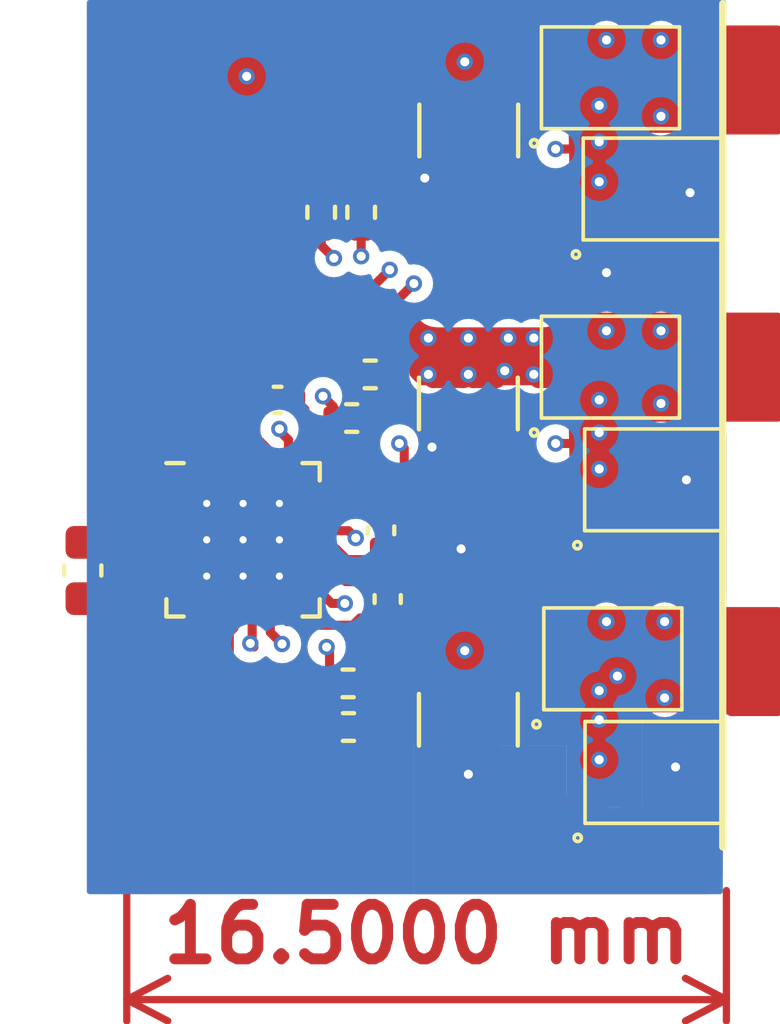
<source format=kicad_pcb>
(kicad_pcb (version 20221018) (generator pcbnew)
  (layers (0 "F.Cu" signal) (1 "In1.Cu" signal) (2 "In2.Cu" signal) (31 "B.Cu" signal) (34 "B.Paste" user) (35 "F.Paste" user) (36 "B.SilkS" user "B.Silkscreen") (37 "F.SilkS" user "F.Silkscreen") (38 "B.Mask" user) (39 "F.Mask" user) (44 "Edge.Cuts" user))
  (net 0 "")
  (net 1 "Net-(U1-BSTA)")
  (net 2 "/inverter/INV_OUT_A")
  (net 3 "Net-(U1-BSTB)")
  (net 4 "/inverter/INV_OUT_B")
  (net 5 "Net-(U1-BSTC)")
  (net 6 "/inverter/INV_OUT_C")
  (net 7 "+12V")
  (net 8 "GND")
  (net 9 "+BATT")
  (net 10 "Net-(Q1-G)")
  (net 11 "Net-(Q2-G)")
  (net 12 "Net-(Q3-G)")
  (net 13 "Net-(Q4-G)")
  (net 14 "Net-(Q5-G)")
  (net 15 "Net-(Q6-G)")
  (net 16 "Net-(U1-GHA)")
  (net 17 "Net-(U1-GLA)")
  (net 18 "Net-(U1-GHB)")
  (net 19 "Net-(U1-GLB)")
  (net 20 "Net-(U1-GHC)")
  (net 21 "Net-(U1-GLC)")
  (net 22 "/inverter/INLA")
  (net 23 "/inverter/INLB")
  (net 24 "/inverter/INLC")
  (net 29 "/inverter/INHA")
  (net 30 "/inverter/INHB")
  (net 31 "/inverter/INHC")
  (footprint "Resistor_SMD:R_0402_1005Metric" (layer "F.Cu") (at 160.95 91.84 90)
    (fp_text reference "R2" hide)
    (fp_text value "0R" hide)
    (fp_line (start -0.153641 -0.38) (end 0.153641 -0.38) (stroke (width 0.12)) (layer "F.SilkS"))
    (fp_line (start -0.153641 0.38) (end 0.153641 0.38) (stroke (width 0.12)) (layer "F.SilkS"))
    (pad "1" smd roundrect (at -0.51 0 90) (size 0.54 0.64) (layers "F.Cu" "F.Paste" "F.Mask") (net 17 "Net-(U1-GLA)"))
    (pad "2" smd roundrect (at 0.51 0 90) (size 0.54 0.64) (layers "F.Cu" "F.Paste" "F.Mask") (net 11 "Net-(Q2-G)"))
  )
  (footprint "footprint_library:DFN3x3-8L" (layer "F.Cu") (at 169.01 107.25 -90)
    (fp_text reference "Q6" hide)
    (fp_text value "AON7264E-HXY" hide)
    (fp_line (start -1.4 -1.9) (end -1.4 1.9) (stroke (width 0.1)) (layer "F.SilkS"))
    (fp_line (start -1.4 1.9) (end 1.4 1.9) (stroke (width 0.1)) (layer "F.SilkS"))
    (fp_line (start 1.4 -1.9) (end -1.4 -1.9) (stroke (width 0.1)) (layer "F.SilkS"))
    (fp_line (start 1.4 1.9) (end 1.4 -1.9) (stroke (width 0.1)) (layer "F.SilkS"))
    (fp_circle (center 1.8 2.1) (end 1.9 2.1) (stroke (width 0.1)) (fill none) (layer "F.SilkS"))
    (pad "1" smd rect (at 0.975 1.475 270) (size 0.3 0.4) (layers "F.Cu" "F.Paste" "F.Mask") (net 15 "Net-(Q6-G)"))
    (pad "2" smd rect (at -0.975 1.475 270) (size 0.3 0.4) (layers "F.Cu" "F.Paste" "F.Mask") (net 6 "/inverter/INV_OUT_C"))
    (pad "2" smd rect (at -0.325 1.475 270) (size 0.3 0.4) (layers "F.Cu" "F.Paste" "F.Mask") (net 6 "/inverter/INV_OUT_C"))
    (pad "2" smd rect (at 0.325 1.475 270) (size 0.3 0.4) (layers "F.Cu" "F.Paste" "F.Mask") (net 6 "/inverter/INV_OUT_C"))
    (pad "3" smd rect (at 0 -0.69 270) (size 2.49 1.97) (layers "F.Cu" "F.Paste" "F.Mask") (net 8 "GND"))
  )
  (footprint "Resistor_SMD:R_0402_1005Metric" (layer "F.Cu") (at 160.6 106)
    (fp_text reference "R6" hide)
    (fp_text value "0R" hide)
    (fp_line (start -0.153641 -0.38) (end 0.153641 -0.38) (stroke (width 0.12)) (layer "F.SilkS"))
    (fp_line (start -0.153641 0.38) (end 0.153641 0.38) (stroke (width 0.12)) (layer "F.SilkS"))
    (pad "1" smd roundrect (at -0.51 0) (size 0.54 0.64) (layers "F.Cu" "F.Paste" "F.Mask") (net 21 "Net-(U1-GLC)"))
    (pad "2" smd roundrect (at 0.51 0) (size 0.54 0.64) (layers "F.Cu" "F.Paste" "F.Mask") (net 15 "Net-(Q6-G)"))
  )
  (footprint "footprint_library:DFN3x3-8L" (layer "F.Cu") (at 168.96 91.2 -90)
    (fp_text reference "Q2" hide)
    (fp_text value "AON7264E-HXY" hide)
    (fp_line (start -1.4 -1.9) (end -1.4 1.9) (stroke (width 0.1)) (layer "F.SilkS"))
    (fp_line (start -1.4 1.9) (end 1.4 1.9) (stroke (width 0.1)) (layer "F.SilkS"))
    (fp_line (start 1.4 -1.9) (end -1.4 -1.9) (stroke (width 0.1)) (layer "F.SilkS"))
    (fp_line (start 1.4 1.9) (end 1.4 -1.9) (stroke (width 0.1)) (layer "F.SilkS"))
    (fp_circle (center 1.8 2.1) (end 1.9 2.1) (stroke (width 0.1)) (fill none) (layer "F.SilkS"))
    (pad "1" smd rect (at 0.975 1.475 270) (size 0.3 0.4) (layers "F.Cu" "F.Paste" "F.Mask") (net 11 "Net-(Q2-G)"))
    (pad "2" smd rect (at -0.975 1.475 270) (size 0.3 0.4) (layers "F.Cu" "F.Paste" "F.Mask") (net 2 "/inverter/INV_OUT_A"))
    (pad "2" smd rect (at -0.325 1.475 270) (size 0.3 0.4) (layers "F.Cu" "F.Paste" "F.Mask") (net 2 "/inverter/INV_OUT_A"))
    (pad "2" smd rect (at 0.325 1.475 270) (size 0.3 0.4) (layers "F.Cu" "F.Paste" "F.Mask") (net 2 "/inverter/INV_OUT_A"))
    (pad "3" smd rect (at 0 -0.69 270) (size 2.49 1.97) (layers "F.Cu" "F.Paste" "F.Mask") (net 8 "GND"))
  )
  (footprint "Resistor_SMD:R_0402_1005Metric" (layer "F.Cu") (at 159.85 91.84 90)
    (fp_text reference "R1" hide)
    (fp_text value "0R" hide)
    (fp_line (start -0.153641 -0.38) (end 0.153641 -0.38) (stroke (width 0.12)) (layer "F.SilkS"))
    (fp_line (start -0.153641 0.38) (end 0.153641 0.38) (stroke (width 0.12)) (layer "F.SilkS"))
    (pad "1" smd roundrect (at -0.51 0 90) (size 0.54 0.64) (layers "F.Cu" "F.Paste" "F.Mask") (net 16 "Net-(U1-GHA)"))
    (pad "2" smd roundrect (at 0.51 0 90) (size 0.54 0.64) (layers "F.Cu" "F.Paste" "F.Mask") (net 10 "Net-(Q1-G)"))
  )
  (footprint "Capacitor_SMD:C_0402_1005Metric" (layer "F.Cu") (at 161.5 100.59 -90)
    (fp_text reference "C2" hide)
    (fp_text value "C" hide)
    (fp_line (start -0.107836 -0.36) (end 0.107836 -0.36) (stroke (width 0.12)) (layer "F.SilkS"))
    (fp_line (start -0.107836 0.36) (end 0.107836 0.36) (stroke (width 0.12)) (layer "F.SilkS"))
    (pad "1" smd roundrect (at -0.48 0 270) (size 0.56 0.62) (layers "F.Cu" "F.Paste" "F.Mask") (net 3 "Net-(U1-BSTB)"))
    (pad "2" smd roundrect (at 0.48 0 270) (size 0.56 0.62) (layers "F.Cu" "F.Paste" "F.Mask") (net 4 "/inverter/INV_OUT_B"))
  )
  (footprint "Capacitor_SMD:C_0402_1005Metric" (layer "F.Cu") (at 158.65 97)
    (fp_text reference "C1" hide)
    (fp_text value "C")
    (fp_line (start -0.107836 -0.36) (end 0.107836 -0.36) (stroke (width 0.12)) (layer "F.SilkS"))
    (fp_line (start -0.107836 0.36) (end 0.107836 0.36) (stroke (width 0.12)) (layer "F.SilkS"))
    (pad "1" smd roundrect (at -0.48 0) (size 0.56 0.62) (layers "F.Cu" "F.Paste" "F.Mask") (net 1 "Net-(U1-BSTA)"))
    (pad "2" smd roundrect (at 0.48 0) (size 0.56 0.62) (layers "F.Cu" "F.Paste" "F.Mask") (net 2 "/inverter/INV_OUT_A"))
  )
  (footprint "footprint_library:DFN3x3-8L" (layer "F.Cu") (at 167.875 104.125 -90)
    (fp_text reference "Q5" hide)
    (fp_text value "AON7264E-HXY" hide)
    (fp_line (start -1.4 -1.9) (end -1.4 1.9) (stroke (width 0.1)) (layer "F.SilkS"))
    (fp_line (start -1.4 1.9) (end 1.4 1.9) (stroke (width 0.1)) (layer "F.SilkS"))
    (fp_line (start 1.4 -1.9) (end -1.4 -1.9) (stroke (width 0.1)) (layer "F.SilkS"))
    (fp_line (start 1.4 1.9) (end 1.4 -1.9) (stroke (width 0.1)) (layer "F.SilkS"))
    (fp_circle (center 1.8 2.1) (end 1.9 2.1) (stroke (width 0.1)) (fill none) (layer "F.SilkS"))
    (pad "1" smd rect (at 0.975 1.475 270) (size 0.3 0.4) (layers "F.Cu" "F.Paste" "F.Mask") (net 14 "Net-(Q5-G)"))
    (pad "2" smd rect (at -0.975 1.475 270) (size 0.3 0.4) (layers "F.Cu" "F.Paste" "F.Mask") (net 9 "+BATT"))
    (pad "2" smd rect (at -0.325 1.475 270) (size 0.3 0.4) (layers "F.Cu" "F.Paste" "F.Mask") (net 9 "+BATT"))
    (pad "2" smd rect (at 0.325 1.475 270) (size 0.3 0.4) (layers "F.Cu" "F.Paste" "F.Mask") (net 9 "+BATT"))
    (pad "3" smd rect (at 0 -0.69 270) (size 2.49 1.97) (layers "F.Cu" "F.Paste" "F.Mask") (net 6 "/inverter/INV_OUT_C"))
  )
  (footprint "Package_DFN_QFN:HVQFN-24-1EP_4x4mm_P0.5mm_EP2.5x2.5mm_ThermalVias" (layer "F.Cu") (at 157.7 100.85)
    (fp_text reference "U1" hide)
    (fp_text value "~")
    (fp_line (start -2.11 2.11) (end -2.11 1.635) (stroke (width 0.12)) (layer "F.SilkS"))
    (fp_line (start -1.635 -2.11) (end -2.11 -2.11) (stroke (width 0.12)) (layer "F.SilkS"))
    (fp_line (start -1.635 2.11) (end -2.11 2.11) (stroke (width 0.12)) (layer "F.SilkS"))
    (fp_line (start 1.635 -2.11) (end 2.11 -2.11) (stroke (width 0.12)) (layer "F.SilkS"))
    (fp_line (start 1.635 2.11) (end 2.11 2.11) (stroke (width 0.12)) (layer "F.SilkS"))
    (fp_line (start 2.11 -2.11) (end 2.11 -1.635) (stroke (width 0.12)) (layer "F.SilkS"))
    (fp_line (start 2.11 2.11) (end 2.11 1.635) (stroke (width 0.12)) (layer "F.SilkS"))
    (pad "1" smd roundrect (at -1.9375 -1.25) (size 0.875 0.25) (layers "F.Cu" "F.Paste" "F.Mask") (net 22 "/inverter/INLA"))
    (pad "2" smd roundrect (at -1.9375 -0.75) (size 0.875 0.25) (layers "F.Cu" "F.Paste" "F.Mask") (net 23 "/inverter/INLB"))
    (pad "3" smd roundrect (at -1.9375 -0.25) (size 0.875 0.25) (layers "F.Cu" "F.Paste" "F.Mask") (net 24 "/inverter/INLC"))
    (pad "4" smd roundrect (at -1.9375 0.25) (size 0.875 0.25) (layers "F.Cu" "F.Paste" "F.Mask") (net 7 "+12V"))
    (pad "5" smd roundrect (at -1.9375 0.75) (size 0.875 0.25) (layers "F.Cu" "F.Paste" "F.Mask"))
    (pad "6" smd roundrect (at -1.9375 1.25) (size 0.875 0.25) (layers "F.Cu" "F.Paste" "F.Mask") (net 8 "GND"))
    (pad "7" smd roundrect (at -1.25 1.9375) (size 0.25 0.875) (layers "F.Cu" "F.Paste" "F.Mask"))
    (pad "8" smd roundrect (at -0.75 1.9375) (size 0.25 0.875) (layers "F.Cu" "F.Paste" "F.Mask"))
    (pad "9" smd roundrect (at -0.25 1.9375) (size 0.25 0.875) (layers "F.Cu" "F.Paste" "F.Mask") (net 21 "Net-(U1-GLC)"))
    (pad "10" smd roundrect (at 0.25 1.9375) (size 0.25 0.875) (layers "F.Cu" "F.Paste" "F.Mask") (net 19 "Net-(U1-GLB)"))
    (pad "11" smd roundrect (at 0.75 1.9375) (size 0.25 0.875) (layers "F.Cu" "F.Paste" "F.Mask") (net 17 "Net-(U1-GLA)"))
    (pad "12" smd roundrect (at 1.25 1.9375) (size 0.25 0.875) (layers "F.Cu" "F.Paste" "F.Mask") (net 6 "/inverter/INV_OUT_C"))
    (pad "13" smd roundrect (at 1.9375 1.25) (size 0.875 0.25) (layers "F.Cu" "F.Paste" "F.Mask") (net 20 "Net-(U1-GHC)"))
    (pad "14" smd roundrect (at 1.9375 0.75) (size 0.875 0.25) (layers "F.Cu" "F.Paste" "F.Mask") (net 5 "Net-(U1-BSTC)"))
    (pad "15" smd roundrect (at 1.9375 0.25) (size 0.875 0.25) (layers "F.Cu" "F.Paste" "F.Mask") (net 4 "/inverter/INV_OUT_B"))
    (pad "16" smd roundrect (at 1.9375 -0.25) (size 0.875 0.25) (layers "F.Cu" "F.Paste" "F.Mask") (net 18 "Net-(U1-GHB)"))
    (pad "17" smd roundrect (at 1.9375 -0.75) (size 0.875 0.25) (layers "F.Cu" "F.Paste" "F.Mask") (net 3 "Net-(U1-BSTB)"))
    (pad "18" smd roundrect (at 1.9375 -1.25) (size 0.875 0.25) (layers "F.Cu" "F.Paste" "F.Mask") (net 2 "/inverter/INV_OUT_A"))
    (pad "19" smd roundrect (at 1.25 -1.9375) (size 0.25 0.875) (layers "F.Cu" "F.Paste" "F.Mask") (net 16 "Net-(U1-GHA)"))
    (pad "20" smd roundrect (at 0.75 -1.9375) (size 0.25 0.875) (layers "F.Cu" "F.Paste" "F.Mask") (net 1 "Net-(U1-BSTA)"))
    (pad "21" smd roundrect (at 0.25 -1.9375) (size 0.25 0.875) (layers "F.Cu" "F.Paste" "F.Mask"))
    (pad "22" smd roundrect (at -0.25 -1.9375) (size 0.25 0.875) (layers "F.Cu" "F.Paste" "F.Mask") (net 29 "/inverter/INHA"))
    (pad "23" smd roundrect (at -0.75 -1.9375) (size 0.25 0.875) (layers "F.Cu" "F.Paste" "F.Mask") (net 30 "/inverter/INHB"))
    (pad "24" smd roundrect (at -1.25 -1.9375) (size 0.25 0.875) (layers "F.Cu" "F.Paste" "F.Mask") (net 31 "/inverter/INHC"))
    (pad "25" thru_hole circle (at -1 -1) (size 0.5 0.5) (drill 0.2) (layers "*.Cu") (net 8 "GND"))
    (pad "25" thru_hole circle (at -1 0) (size 0.5 0.5) (drill 0.2) (layers "*.Cu") (net 8 "GND"))
    (pad "25" thru_hole circle (at -1 1) (size 0.5 0.5) (drill 0.2) (layers "*.Cu") (net 8 "GND"))
    (pad "25" thru_hole circle (at 0 -1) (size 0.5 0.5) (drill 0.2) (layers "*.Cu") (net 8 "GND"))
    (pad "25" thru_hole circle (at 0 0) (size 0.5 0.5) (drill 0.2) (layers "*.Cu") (net 8 "GND"))
    (pad "25" smd rect (at 0 0) (size 2.5 2.5) (layers "F.Cu" "F.Mask") (net 8 "GND"))
    (pad "25" smd rect (at 0 0) (size 2.5 2.5) (layers "B.Cu") (net 8 "GND"))
    (pad "25" thru_hole circle (at 0 1) (size 0.5 0.5) (drill 0.2) (layers "*.Cu") (net 8 "GND"))
    (pad "25" thru_hole circle (at 1 -1) (size 0.5 0.5) (drill 0.2) (layers "*.Cu") (net 8 "GND"))
    (pad "25" thru_hole circle (at 1 0) (size 0.5 0.5) (drill 0.2) (layers "*.Cu") (net 8 "GND"))
    (pad "25" thru_hole circle (at 1 1) (size 0.5 0.5) (drill 0.2) (layers "*.Cu") (net 8 "GND"))
  )
  (footprint "Capacitor_SMD:C_0603_1608Metric" (layer "F.Cu") (at 153.29 101.695 -90)
    (fp_text reference "C4" hide)
    (fp_text value "C")
    (fp_line (start -0.14058 -0.51) (end 0.14058 -0.51) (stroke (width 0.12)) (layer "F.SilkS"))
    (fp_line (start -0.14058 0.51) (end 0.14058 0.51) (stroke (width 0.12)) (layer "F.SilkS"))
    (pad "1" smd roundrect (at -0.775 0 270) (size 0.9 0.95) (layers "F.Cu" "F.Paste" "F.Mask") (net 7 "+12V"))
    (pad "2" smd roundrect (at 0.775 0 270) (size 0.9 0.95) (layers "F.Cu" "F.Paste" "F.Mask") (net 8 "GND"))
  )
  (footprint "footprint_library:DFN3x3-8L" (layer "F.Cu") (at 167.81 96.1 -90)
    (fp_text reference "Q3" hide)
    (fp_text value "AON7264E-HXY" hide)
    (fp_line (start -1.4 -1.9) (end -1.4 1.9) (stroke (width 0.1)) (layer "F.SilkS"))
    (fp_line (start -1.4 1.9) (end 1.4 1.9) (stroke (width 0.1)) (layer "F.SilkS"))
    (fp_line (start 1.4 -1.9) (end -1.4 -1.9) (stroke (width 0.1)) (layer "F.SilkS"))
    (fp_line (start 1.4 1.9) (end 1.4 -1.9) (stroke (width 0.1)) (layer "F.SilkS"))
    (fp_circle (center 1.8 2.1) (end 1.9 2.1) (stroke (width 0.1)) (fill none) (layer "F.SilkS"))
    (pad "1" smd rect (at 0.975 1.475 270) (size 0.3 0.4) (layers "F.Cu" "F.Paste" "F.Mask") (net 12 "Net-(Q3-G)"))
    (pad "2" smd rect (at -0.975 1.475 270) (size 0.3 0.4) (layers "F.Cu" "F.Paste" "F.Mask") (net 9 "+BATT"))
    (pad "2" smd rect (at -0.325 1.475 270) (size 0.3 0.4) (layers "F.Cu" "F.Paste" "F.Mask") (net 9 "+BATT"))
    (pad "2" smd rect (at 0.325 1.475 270) (size 0.3 0.4) (layers "F.Cu" "F.Paste" "F.Mask") (net 9 "+BATT"))
    (pad "3" smd rect (at 0 -0.69 270) (size 2.49 1.97) (layers "F.Cu" "F.Paste" "F.Mask") (net 4 "/inverter/INV_OUT_B"))
  )
  (footprint "footprint_library:DFN3x3-8L" (layer "F.Cu") (at 167.81 88.14 -90)
    (fp_text reference "Q1" hide)
    (fp_text value "AON7264E-HXY" hide)
    (fp_line (start -1.4 -1.9) (end -1.4 1.9) (stroke (width 0.1)) (layer "F.SilkS"))
    (fp_line (start -1.4 1.9) (end 1.4 1.9) (stroke (width 0.1)) (layer "F.SilkS"))
    (fp_line (start 1.4 -1.9) (end -1.4 -1.9) (stroke (width 0.1)) (layer "F.SilkS"))
    (fp_line (start 1.4 1.9) (end 1.4 -1.9) (stroke (width 0.1)) (layer "F.SilkS"))
    (fp_circle (center 1.8 2.1) (end 1.9 2.1) (stroke (width 0.1)) (fill none) (layer "F.SilkS"))
    (pad "1" smd rect (at 0.975 1.475 270) (size 0.3 0.4) (layers "F.Cu" "F.Paste" "F.Mask") (net 10 "Net-(Q1-G)"))
    (pad "2" smd rect (at -0.975 1.475 270) (size 0.3 0.4) (layers "F.Cu" "F.Paste" "F.Mask") (net 9 "+BATT"))
    (pad "2" smd rect (at -0.325 1.475 270) (size 0.3 0.4) (layers "F.Cu" "F.Paste" "F.Mask") (net 9 "+BATT"))
    (pad "2" smd rect (at 0.325 1.475 270) (size 0.3 0.4) (layers "F.Cu" "F.Paste" "F.Mask") (net 9 "+BATT"))
    (pad "3" smd rect (at 0 -0.69 270) (size 2.49 1.97) (layers "F.Cu" "F.Paste" "F.Mask") (net 2 "/inverter/INV_OUT_A"))
  )
  (footprint "Capacitor_SMD:C_1210_3225Metric" (layer "F.Cu") (at 163.9 97.1 -90)
    (fp_text reference "C6" hide)
    (fp_text value "C")
    (fp_line (start -0.711252 -1.36) (end 0.711252 -1.36) (stroke (width 0.12)) (layer "F.SilkS"))
    (fp_line (start -0.711252 1.36) (end 0.711252 1.36) (stroke (width 0.12)) (layer "F.SilkS"))
    (pad "1" smd roundrect (at -1.475 0 270) (size 1.15 2.7) (layers "F.Cu" "F.Paste" "F.Mask") (roundrect_rratio 0.217391) (net 9 "+BATT"))
    (pad "2" smd roundrect (at 1.475 0 270) (size 1.15 2.7) (layers "F.Cu" "F.Paste" "F.Mask") (roundrect_rratio 0.217391) (net 8 "GND"))
  )
  (footprint "Capacitor_SMD:C_0402_1005Metric" (layer "F.Cu") (at 161.68 102.48 -90)
    (fp_text reference "C3" hide)
    (fp_text value "C")
    (fp_line (start -0.107836 -0.36) (end 0.107836 -0.36) (stroke (width 0.12)) (layer "F.SilkS"))
    (fp_line (start -0.107836 0.36) (end 0.107836 0.36) (stroke (width 0.12)) (layer "F.SilkS"))
    (pad "1" smd roundrect (at -0.48 0 270) (size 0.56 0.62) (layers "F.Cu" "F.Paste" "F.Mask") (net 5 "Net-(U1-BSTC)"))
    (pad "2" smd roundrect (at 0.48 0 270) (size 0.56 0.62) (layers "F.Cu" "F.Paste" "F.Mask") (net 6 "/inverter/INV_OUT_C"))
  )
  (footprint "Resistor_SMD:R_0402_1005Metric" (layer "F.Cu") (at 160.69 97.5)
    (fp_text reference "R4" hide)
    (fp_text value "0R" hide)
    (fp_line (start -0.153641 -0.38) (end 0.153641 -0.38) (stroke (width 0.12)) (layer "F.SilkS"))
    (fp_line (start -0.153641 0.38) (end 0.153641 0.38) (stroke (width 0.12)) (layer "F.SilkS"))
    (pad "1" smd roundrect (at -0.51 0) (size 0.54 0.64) (layers "F.Cu" "F.Paste" "F.Mask") (net 19 "Net-(U1-GLB)"))
    (pad "2" smd roundrect (at 0.51 0) (size 0.54 0.64) (layers "F.Cu" "F.Paste" "F.Mask") (net 13 "Net-(Q4-G)"))
  )
  (footprint "Capacitor_SMD:C_1210_3225Metric" (layer "F.Cu") (at 163.91 89.59 -90)
    (fp_text reference "C5" hide)
    (fp_text value "C" hide)
    (fp_line (start -0.711252 -1.36) (end 0.711252 -1.36) (stroke (width 0.12)) (layer "F.SilkS"))
    (fp_line (start -0.711252 1.36) (end 0.711252 1.36) (stroke (width 0.12)) (layer "F.SilkS"))
    (pad "1" smd roundrect (at -1.475 0 270) (size 1.15 2.7) (layers "F.Cu" "F.Paste" "F.Mask") (roundrect_rratio 0.217391) (net 9 "+BATT"))
    (pad "2" smd roundrect (at 1.475 0 270) (size 1.15 2.7) (layers "F.Cu" "F.Paste" "F.Mask") (roundrect_rratio 0.217391) (net 8 "GND"))
  )
  (footprint "Resistor_SMD:R_0402_1005Metric" (layer "F.Cu") (at 160.59 104.8)
    (fp_text reference "R5" hide)
    (fp_text value "0R" hide)
    (fp_line (start -0.153641 -0.38) (end 0.153641 -0.38) (stroke (width 0.12)) (layer "F.SilkS"))
    (fp_line (start -0.153641 0.38) (end 0.153641 0.38) (stroke (width 0.12)) (layer "F.SilkS"))
    (pad "1" smd roundrect (at -0.51 0) (size 0.54 0.64) (layers "F.Cu" "F.Paste" "F.Mask") (net 20 "Net-(U1-GHC)"))
    (pad "2" smd roundrect (at 0.51 0) (size 0.54 0.64) (layers "F.Cu" "F.Paste" "F.Mask") (net 14 "Net-(Q5-G)"))
  )
  (footprint "footprint_library:DFN3x3-8L" (layer "F.Cu") (at 169 99.2 -90)
    (fp_text reference "Q4" hide)
    (fp_text value "AON7264E-HXY" hide)
    (fp_line (start -1.4 -1.9) (end -1.4 1.9) (stroke (width 0.1)) (layer "F.SilkS"))
    (fp_line (start -1.4 1.9) (end 1.4 1.9) (stroke (width 0.1)) (layer "F.SilkS"))
    (fp_line (start 1.4 -1.9) (end -1.4 -1.9) (stroke (width 0.1)) (layer "F.SilkS"))
    (fp_line (start 1.4 1.9) (end 1.4 -1.9) (stroke (width 0.1)) (layer "F.SilkS"))
    (fp_circle (center 1.8 2.1) (end 1.9 2.1) (stroke (width 0.1)) (fill none) (layer "F.SilkS"))
    (pad "1" smd rect (at 0.975 1.475 270) (size 0.3 0.4) (layers "F.Cu" "F.Paste" "F.Mask") (net 13 "Net-(Q4-G)"))
    (pad "2" smd rect (at -0.975 1.475 270) (size 0.3 0.4) (layers "F.Cu" "F.Paste" "F.Mask") (net 4 "/inverter/INV_OUT_B"))
    (pad "2" smd rect (at -0.325 1.475 270) (size 0.3 0.4) (layers "F.Cu" "F.Paste" "F.Mask") (net 4 "/inverter/INV_OUT_B"))
    (pad "2" smd rect (at 0.325 1.475 270) (size 0.3 0.4) (layers "F.Cu" "F.Paste" "F.Mask") (net 4 "/inverter/INV_OUT_B"))
    (pad "3" smd rect (at 0 -0.69 270) (size 2.49 1.97) (layers "F.Cu" "F.Paste" "F.Mask") (net 8 "GND"))
  )
  (footprint "Capacitor_SMD:C_1210_3225Metric" (layer "F.Cu") (at 163.9 105.8 -90)
    (fp_text reference "C7" hide)
    (fp_text value "C")
    (fp_line (start -0.711252 -1.36) (end 0.711252 -1.36) (stroke (width 0.12)) (layer "F.SilkS"))
    (fp_line (start -0.711252 1.36) (end 0.711252 1.36) (stroke (width 0.12)) (layer "F.SilkS"))
    (pad "1" smd roundrect (at -1.475 0 270) (size 1.15 2.7) (layers "F.Cu" "F.Paste" "F.Mask") (roundrect_rratio 0.217391) (net 9 "+BATT"))
    (pad "2" smd roundrect (at 1.475 0 270) (size 1.15 2.7) (layers "F.Cu" "F.Paste" "F.Mask") (roundrect_rratio 0.217391) (net 8 "GND"))
  )
  (footprint "Resistor_SMD:R_0402_1005Metric" (layer "F.Cu") (at 161.2 96.3)
    (fp_text reference "R3" hide)
    (fp_text value "0R" hide)
    (fp_line (start -0.153641 -0.38) (end 0.153641 -0.38) (stroke (width 0.12)) (layer "F.SilkS"))
    (fp_line (start -0.153641 0.38) (end 0.153641 0.38) (stroke (width 0.12)) (layer "F.SilkS"))
    (pad "1" smd roundrect (at -0.51 0) (size 0.54 0.64) (layers "F.Cu" "F.Paste" "F.Mask") (net 18 "Net-(U1-GHB)"))
    (pad "2" smd roundrect (at 0.51 0) (size 0.54 0.64) (layers "F.Cu" "F.Paste" "F.Mask") (net 12 "Net-(Q3-G)"))
  )
  (gr_line (start 170.9 109.3) (end 170.9 86.1) (stroke (width 0.2)) (layer "F.SilkS"))
  (dimension (type aligned) (layer "F.Cu") (pts (xy 154.5 110) (xy 171 110)) (height 3.499999) (gr_text "16.5000 mm" (at 162.75 111.699999) (layer "F.Cu") (effects (font (size 1.5 1.5) (thickness 0.3)))) (format (prefix "") (suffix "") (units 3) (units_format 1) (precision 4)) (style (thickness 0.2) (arrow_length 1.27) (text_position_mode 0) (extension_height 0.58642) (extension_offset 0.5) keep_text_aligned))
  (segment (start 158.05 97.1) (end 158.05 98.02526) (width 0.25) (layer "F.Cu") (net 1))
  (segment (start 158.05 98.02526) (end 158.45 98.42526) (width 0.25) (layer "F.Cu") (net 1))
  (segment (start 158.45 98.42526) (end 158.45 99.05) (width 0.25) (layer "F.Cu") (net 1))
  (segment (start 158.15 97) (end 158.05 97.1) (width 0.25) (layer "F.Cu") (net 1))
  (segment (start 167.5 88.9) (end 167.6 88.9) (width 1.5) (layer "F.Cu") (net 2))
  (segment (start 167.5 89.9) (end 167.485 89.015) (width 1.5) (layer "F.Cu") (net 2))
  (segment (start 159.399998 99.399998) (end 159.399998 97.261664) (width 0.25) (layer "F.Cu") (net 2))
  (segment (start 167.485 90.875) (end 167.5 91) (width 1.5) (layer "F.Cu") (net 2))
  (segment (start 159.22 95.937904) (end 161.735211 93.422693) (width 0.25) (layer "F.Cu") (net 2))
  (segment (start 167.5 89) (end 167.5 88.9) (width 1.5) (layer "F.Cu") (net 2))
  (segment (start 159.399998 97.261664) (end 159.22 97.081666) (width 0.25) (layer "F.Cu") (net 2))
  (segment (start 167.5 91) (end 167.5 89.9) (width 1.5) (layer "F.Cu") (net 2))
  (segment (start 159.56 99.5225) (end 159.6375 99.6) (width 0.25) (layer "F.Cu") (net 2))
  (segment (start 159.22 97.081666) (end 159.22 95.937904) (width 0.25) (layer "F.Cu") (net 2))
  (segment (start 159.6 99.6) (end 159.399998 99.399998) (width 0.25) (layer "F.Cu") (net 2))
  (segment (start 167.6 88.9) (end 168.6 87.9) (width 1.5) (layer "F.Cu") (net 2))
  (segment (start 167.485 89.015) (end 167.5 89) (width 1.5) (layer "F.Cu") (net 2))
  (segment (start 166.3 90.1) (end 167.3 90.1) (width 0.25) (layer "F.Cu") (net 2))
  (via (at 161.735211 93.422693) (size 0.45) (drill 0.25) (layers "F.Cu" "B.Cu") (net 2))
  (via (at 169.2 87.1) (size 0.45) (drill 0.25) (layers "F.Cu" "B.Cu") (net 2))
  (via (at 167.5 89.9) (size 0.45) (drill 0.25) (layers "F.Cu" "B.Cu") (net 2))
  (via (at 167.5 88.9) (size 0.45) (drill 0.25) (layers "F.Cu" "B.Cu") (net 2))
  (via (at 169.2 89.2) (size 0.45) (drill 0.25) (layers "F.Cu" "B.Cu") (net 2))
  (via (at 166.3 90.1) (size 0.45) (drill 0.25) (layers "F.Cu" "B.Cu") (net 2))
  (via (at 167.7 87.1) (size 0.45) (drill 0.25) (layers "F.Cu" "B.Cu") (net 2))
  (via (at 167.5 91) (size 0.45) (drill 0.25) (layers "F.Cu" "B.Cu") (net 2))
  (segment (start 161.48 100.08) (end 159.48 100.08) (width 0.25) (layer "F.Cu") (net 3))
  (segment (start 161.5 100.1) (end 161.48 100.08) (width 0.25) (layer "F.Cu") (net 3))
  (segment (start 162.135 98.334996) (end 162 98.199996) (width 0.25) (layer "F.Cu") (net 4))
  (segment (start 167.5 97.9) (end 167.525 97.075) (width 1.5) (layer "F.Cu") (net 4))
  (segment (start 167.5 97) (end 167.6 97) (width 1.5) (layer "F.Cu") (net 4))
  (segment (start 166.3 98.2) (end 167.2 98.2) (width 0.25) (layer "F.Cu") (net 4))
  (segment (start 167.6 97) (end 168.5 96.1) (width 1.5) (layer "F.Cu") (net 4))
  (segment (start 167.2 98.2) (end 167.3 98.1) (width 0.25) (layer "F.Cu") (net 4))
  (segment (start 167.525 98.875) (end 167.5 98.9) (width 1.5) (layer "F.Cu") (net 4))
  (segment (start 159.6375 101.1) (end 160.261136 101.1) (width 0.25) (layer "F.Cu") (net 4))
  (segment (start 167.5 98.9) (end 167.5 97.9) (width 1.5) (layer "F.Cu") (net 4))
  (segment (start 167.5 97.1) (end 167.5 97) (width 1.5) (layer "F.Cu") (net 4))
  (segment (start 161.18649 101.395) (end 162.135 100.44649) (width 0.25) (layer "F.Cu") (net 4))
  (segment (start 167.525 97.075) (end 167.5 97.1) (width 1.5) (layer "F.Cu") (net 4))
  (segment (start 160.261136 101.1) (end 160.556136 101.395) (width 0.25) (layer "F.Cu") (net 4))
  (segment (start 162.135 100.44649) (end 162.135 98.334996) (width 0.25) (layer "F.Cu") (net 4))
  (segment (start 160.556136 101.395) (end 161.18649 101.395) (width 0.25) (layer "F.Cu") (net 4))
  (via (at 167.7 95.1) (size 0.45) (drill 0.25) (layers "F.Cu" "B.Cu") (net 4))
  (via (at 167.5 97.9) (size 0.45) (drill 0.25) (layers "F.Cu" "B.Cu") (net 4))
  (via (at 166.3 98.2) (size 0.45) (drill 0.25) (layers "F.Cu" "B.Cu") (net 4))
  (via (at 167.5 98.9) (size 0.45) (drill 0.25) (layers "F.Cu" "B.Cu") (net 4))
  (via (at 169.2 97.1) (size 0.45) (drill 0.25) (layers "F.Cu" "B.Cu") (net 4))
  (via (at 167.5 97) (size 0.45) (drill 0.25) (layers "F.Cu" "B.Cu") (net 4))
  (via (at 169.2 95.1) (size 0.45) (drill 0.25) (layers "F.Cu" "B.Cu") (net 4))
  (via (at 162 98.199996) (size 0.45) (drill 0.25) (layers "F.Cu" "B.Cu") (net 4))
  (segment (start 160.12474 101.6) (end 159.6375 101.6) (width 0.25) (layer "F.Cu") (net 5))
  (segment (start 160.52474 102) (end 160.12474 101.6) (width 0.25) (layer "F.Cu") (net 5))
  (segment (start 161.68 102) (end 160.52474 102) (width 0.25) (layer "F.Cu") (net 5))
  (segment (start 167.55 105.14) (end 167.5 105.19) (width 1.5) (layer "F.Cu") (net 6))
  (segment (start 167.535 107.125) (end 167.535 106.935) (width 1) (layer "F.Cu") (net 6))
  (segment (start 158.95 102.7875) (end 159.3625 103.2) (width 0.25) (layer "F.Cu") (net 6))
  (segment (start 167.55 105.75) (end 167.55 105.14) (width 1.5) (layer "F.Cu") (net 6))
  (segment (start 168 104.69) (end 168 104.6) (width 1.5) (layer "F.Cu") (net 6))
  (segment (start 167.7 103.1) (end 167.54 103.1) (width 0.25) (layer "F.Cu") (net 6))
  (segment (start 161.68 102.96) (end 161.64 103) (width 0.25) (layer "F.Cu") (net 6))
  (segment (start 167.7 103.26) (end 167.7 103.1) (width 0.25) (layer "F.Cu") (net 6))
  (segment (start 162.075 102.625) (end 161.7 103) (width 0.25) (layer "F.Cu") (net 6))
  (segment (start 160.711173 103.2) (end 160.731173 103.18) (width 0.25) (layer "F.Cu") (net 6))
  (segment (start 167.5 105) (end 167.69 105) (width 1.5) (layer "F.Cu") (net 6))
  (segment (start 159.3625 103.2) (end 160.711173 103.2) (width 0.25) (layer "F.Cu") (net 6))
  (segment (start 168 104.6) (end 168.09 104.6) (width 1.5) (layer "F.Cu") (net 6))
  (segment (start 167.2 106.4) (end 167.3 106.5) (width 0.25) (layer "F.Cu") (net 6))
  (segment (start 167.55 107.11) (end 167.55 105.85) (width 1.5) (layer "F.Cu") (net 6))
  (segment (start 168.565 104.125) (end 167.7 103.26) (width 0.25) (layer "F.Cu") (net 6))
  (segment (start 167.55 105.85) (end 167.5 105.8) (width 1.5) (layer "F.Cu") (net 6))
  (segment (start 167.535 107.125) (end 167.55 107.11) (width 1.5) (layer "F.Cu") (net 6))
  (segment (start 167.5 105.19) (end 167.5 105) (width 1.5) (layer "F.Cu") (net 6))
  (segment (start 167.535 106.865) (end 167.535 106.475) (width 1) (layer "F.Cu") (net 6))
  (segment (start 167.535 106.935) (end 167.5 106.9) (width 1) (layer "F.Cu") (net 6))
  (segment (start 160.920244 103) (end 160.720244 103.2) (width 0.25) (layer "F.Cu") (net 6))
  (segment (start 167.54 103.1) (end 167.065 102.625) (width 0.25) (layer "F.Cu") (net 6))
  (segment (start 167.065 102.625) (end 162.075 102.625) (width 0.25) (layer "F.Cu") (net 6))
  (segment (start 161.64 103) (end 160.920244 103) (width 0.25) (layer "F.Cu") (net 6))
  (segment (start 167.5 105.8) (end 167.55 105.75) (width 1.5) (layer "F.Cu") (net 6))
  (segment (start 161.7 103.05) (end 161.6 102.95) (width 0.25) (layer "F.Cu") (net 6))
  (segment (start 167.69 105) (end 168 104.69) (width 1.5) (layer "F.Cu") (net 6))
  (segment (start 167.5 106.9) (end 167.535 106.865) (width 1) (layer "F.Cu") (net 6))
  (segment (start 160.720244 103.2) (end 160.7 103.2) (width 0.25) (layer "F.Cu") (net 6))
  (segment (start 168.09 104.6) (end 168.565 104.125) (width 1.5) (layer "F.Cu") (net 6))
  (via (at 169.3 105.2) (size 0.45) (drill 0.25) (layers "F.Cu" "B.Cu") (net 6))
  (via (at 168 104.6) (size 0.45) (drill 0.25) (layers "F.Cu" "B.Cu") (net 6))
  (via (at 167.5 106.9) (size 0.45) (drill 0.25) (layers "F.Cu" "B.Cu") (net 6))
  (via (at 167.5 105) (size 0.45) (drill 0.25) (layers "F.Cu" "B.Cu") (net 6))
  (via (at 167.7 103.1) (size 0.45) (drill 0.25) (layers "F.Cu" "B.Cu") (net 6))
  (via (at 169.3 103.1) (size 0.45) (drill 0.25) (layers "F.Cu" "B.Cu") (net 6))
  (via (at 167.5 105.8) (size 0.45) (drill 0.25) (layers "F.Cu" "B.Cu") (net 6))
  (via (at 163.9 107.3) (size 0.45) (drill 0.25) (layers "F.Cu" "B.Cu") (net 8))
  (via (at 169.9 99.2) (size 0.45) (drill 0.25) (layers "F.Cu" "B.Cu") (net 8))
  (via (at 162.7 90.9) (size 0.45) (drill 0.25) (layers "F.Cu" "B.Cu") (net 8))
  (via (at 169.6 107.1) (size 0.45) (drill 0.25) (layers "F.Cu" "B.Cu") (net 8))
  (via (at 167.7 93.5) (size 0.45) (drill 0.25) (layers "F.Cu" "B.Cu") (net 8))
  (via (at 162.9 98.3) (size 0.45) (drill 0.25) (layers "F.Cu" "B.Cu") (net 8))
  (via (at 163.7 101.1) (size 0.45) (drill 0.25) (layers "F.Cu" "B.Cu") (net 8))
  (via (at 170 91.3) (size 0.45) (drill 0.25) (layers "F.Cu" "B.Cu") (net 8))
  (segment (start 158.7 99) (end 158.9 98.8) (width 0.25) (layer "B.Cu") (net 8))
  (segment (start 158.7 99.85) (end 158.7 99) (width 0.25) (layer "B.Cu") (net 8))
  (segment (start 165.825 96.425) (end 165.7 96.3) (width 0.5) (layer "F.Cu") (net 9))
  (segment (start 163.775 96.425) (end 163.9 96.3) (width 0.5) (layer "F.Cu") (net 9))
  (segment (start 164.9 96.20001) (end 164.67501 96.425) (width 0.5) (layer "F.Cu") (net 9))
  (segment (start 165.2 96.3) (end 165.2 96.3) (width 0.5) (layer "F.Cu") (net 9))
  (segment (start 166.335 88.465) (end 163.965 88.465) (width 0.5) (layer "F.Cu") (net 9))
  (segment (start 166.335 96.425) (end 166.335 95.235) (width 0.5) (layer "F.Cu") (net 9))
  (segment (start 164.67501 96.425) (end 164.025 96.425) (width 0.5) (layer "F.Cu") (net 9))
  (segment (start 166.335 88.465) (end 166.335 87.165) (width 0.5) (layer "F.Cu") (net 9))
  (segment (start 166.335 95.235) (end 166.3 95.2) (width 0.5) (layer "F.Cu") (net 9))
  (segment (start 162.8 96.3) (end 162.925 96.425) (width 0.5) (layer "F.Cu") (net 9))
  (segment (start 166.4 104.45) (end 165.05 104.45) (width 0.5) (layer "F.Cu") (net 9))
  (segment (start 163.965 88.465) (end 163.9 88.4) (width 0.5) (layer "F.Cu") (net 9))
  (segment (start 164.4 96.3) (end 164.4 96.3) (width 0.5) (layer "F.Cu") (net 9))
  (segment (start 164.025 96.425) (end 163.9 96.3) (width 0.5) (layer "F.Cu") (net 9))
  (segment (start 166.335 96.425) (end 165.825 96.425) (width 0.5) (layer "F.Cu") (net 9))
  (segment (start 164.99999 96.3) (end 164.9 96.20001) (width 0.5) (layer "F.Cu") (net 9))
  (segment (start 166.4 104.45) (end 166.4 103.2) (width 0.5) (layer "F.Cu") (net 9))
  (segment (start 162.925 96.425) (end 163.775 96.425) (width 0.5) (layer "F.Cu") (net 9))
  (segment (start 162.8 96.3) (end 162.9 96.1) (width 0.5) (layer "F.Cu") (net 9))
  (segment (start 165.7 96.3) (end 164.99999 96.3) (width 0.5) (layer "F.Cu") (net 9))
  (segment (start 165.05 104.45) (end 164.9 104.6) (width 0.5) (layer "F.Cu") (net 9))
  (via (at 162.8 95.3) (size 0.45) (drill 0.25) (layers "F.Cu" "B.Cu") (net 9))
  (via (at 163.9 96.3) (size 0.45) (drill 0.25) (layers "F.Cu" "B.Cu") (net 9))
  (via (at 163.9 95.3) (size 0.45) (drill 0.25) (layers "F.Cu" "B.Cu") (net 9))
  (via (at 162.8 96.3) (size 0.45) (drill 0.25) (layers "F.Cu" "B.Cu") (net 9))
  (via (at 157.8 88.1) (size 0.45) (drill 0.25) (layers "F.Cu" "B.Cu") (net 9))
  (via (at 165 95.3) (size 0.45) (drill 0.25) (layers "F.Cu" "B.Cu") (net 9))
  (via (at 164.9 96.20001) (size 0.45) (drill 0.25) (layers "F.Cu" "B.Cu") (net 9))
  (via (at 163.8 87.7) (size 0.45) (drill 0.25) (layers "F.Cu" "B.Cu") (net 9))
  (via (at 163.8 103.9) (size 0.45) (drill 0.25) (layers "F.Cu" "B.Cu") (net 9))
  (via (at 165.7 95.3) (size 0.45) (drill 0.25) (layers "F.Cu" "B.Cu") (net 9))
  (via (at 165.7 96.3) (size 0.45) (drill 0.25) (layers "F.Cu" "B.Cu") (net 9))
  (segment (start 161.345 89.115) (end 159.9 90.56) (width 0.25) (layer "F.Cu") (net 10))
  (segment (start 159.9 90.56) (end 159.9 91.3) (width 0.25) (layer "F.Cu") (net 10))
  (segment (start 159.975 91.205) (end 159.85 91.33) (width 0.25) (layer "F.Cu") (net 10))
  (segment (start 166.335 89.115) (end 161.345 89.115) (width 0.25) (layer "F.Cu") (net 10))
  (segment (start 167.2651 92.175) (end 164.7401 89.65) (width 0.25) (layer "F.Cu") (net 11))
  (segment (start 167.485 92.175) (end 167.2651 92.175) (width 0.25) (layer "F.Cu") (net 11))
  (segment (start 162.15 89.65) (end 161 90.8) (width 0.25) (layer "F.Cu") (net 11))
  (segment (start 161 90.8) (end 161 91.3) (width 0.25) (layer "F.Cu") (net 11))
  (segment (start 164.7401 89.65) (end 162.15 89.65) (width 0.25) (layer "F.Cu") (net 11))
  (segment (start 166.285 97.025) (end 162.375 97.025) (width 0.25) (layer "F.Cu") (net 12))
  (segment (start 166.335 97.075) (end 166.285 97.025) (width 0.25) (layer "F.Cu") (net 12))
  (segment (start 162.375 97.025) (end 161.7 96.35) (width 0.25) (layer "F.Cu") (net 12))
  (segment (start 166.675 100.175) (end 165.575 99.075) (width 0.25) (layer "F.Cu") (net 13))
  (segment (start 167.525 100.175) (end 166.675 100.175) (width 0.25) (layer "F.Cu") (net 13))
  (segment (start 165.575 98.0049) (end 165.0701 97.5) (width 0.25) (layer "F.Cu") (net 13))
  (segment (start 165.575 99.075) (end 165.575 98.0049) (width 0.25) (layer "F.Cu") (net 13))
  (segment (start 165.0701 97.5) (end 161.2 97.5) (width 0.25) (layer "F.Cu") (net 13))
  (segment (start 161.525 105.225) (end 161.1 104.8) (width 0.25) (layer "F.Cu") (net 14))
  (segment (start 166.275 105.225) (end 161.525 105.225) (width 0.25) (layer "F.Cu") (net 14))
  (segment (start 166.4 105.1) (end 166.275 105.225) (width 0.25) (layer "F.Cu") (net 14))
  (segment (start 164.8201 105.95) (end 161.16 105.95) (width 0.25) (layer "F.Cu") (net 15))
  (segment (start 167.535 108.225) (end 166.725 108.225) (width 0.25) (layer "F.Cu") (net 15))
  (segment (start 165.575 107.075) (end 165.575 106.7049) (width 0.25) (layer "F.Cu") (net 15))
  (segment (start 161.16 105.95) (end 161.11 106) (width 0.25) (layer "F.Cu") (net 15))
  (segment (start 165.575 106.7049) (end 164.8201 105.95) (width 0.25) (layer "F.Cu") (net 15))
  (segment (start 166.725 108.225) (end 165.575 107.075) (width 0.25) (layer "F.Cu") (net 15))
  (segment (start 158.7 97.85) (end 158.7 97.8) (width 0.25) (layer "F.Cu") (net 16))
  (segment (start 158.7 97.8) (end 158.65 97.8) (width 0.25) (layer "F.Cu") (net 16))
  (segment (start 158.95 98.9125) (end 158.95 98.1) (width 0.25) (layer "F.Cu") (net 16))
  (segment (start 159.85 92.75) (end 160.2 93.1) (width 0.25) (layer "F.Cu") (net 16))
  (segment (start 159.85 92.35) (end 159.85 92.75) (width 0.25) (layer "F.Cu") (net 16))
  (segment (start 158.95 98.1) (end 158.7 97.85) (width 0.25) (layer "F.Cu") (net 16))
  (segment (start 158.65 97.8) (end 158.75 97.9) (width 0.25) (layer "F.Cu") (net 16))
  (via (at 158.7 97.8) (size 0.45) (drill 0.25) (layers "F.Cu" "B.Cu") (net 16))
  (via (at 160.2 93.1) (size 0.45) (drill 0.25) (layers "F.Cu" "B.Cu") (net 16))
  (segment (start 158.45 103.394167) (end 158.772083 103.71625) (width 0.25) (layer "F.Cu") (net 17))
  (segment (start 160.95 93.049998) (end 160.949998 93.05) (width 0.25) (layer "F.Cu") (net 17))
  (segment (start 160.95 92.35) (end 160.95 93.049998) (width 0.25) (layer "F.Cu") (net 17))
  (segment (start 158.45 102.7875) (end 158.45 103.394167) (width 0.25) (layer "F.Cu") (net 17))
  (via (at 160.949998 93.05) (size 0.45) (drill 0.25) (layers "F.Cu" "B.Cu") (net 17))
  (via (at 158.772083 103.71625) (size 0.45) (drill 0.25) (layers "F.Cu" "B.Cu") (net 17))
  (segment (start 160.7 95.5) (end 162.4 93.8) (width 0.25) (layer "F.Cu") (net 18))
  (segment (start 159.6375 100.6) (end 160.60003 100.6) (width 0.25) (layer "F.Cu") (net 18))
  (segment (start 160.7 96.3) (end 160.7 95.5) (width 0.25) (layer "F.Cu") (net 18))
  (segment (start 160.60003 100.6) (end 160.8 100.79997) (width 0.25) (layer "F.Cu") (net 18))
  (via (at 160.8 100.79997) (size 0.45) (drill 0.25) (layers "F.Cu" "B.Cu") (net 18))
  (via (at 162.4 93.8) (size 0.45) (drill 0.25) (layers "F.Cu" "B.Cu") (net 18))
  (segment (start 157.95 102.7875) (end 157.95 103.65) (width 0.25) (layer "F.Cu") (net 19))
  (segment (start 158 103.8) (end 157.9 103.7) (width 0.25) (layer "F.Cu") (net 19))
  (segment (start 157.95 103.65) (end 157.9 103.7) (width 0.25) (layer "F.Cu") (net 19))
  (segment (start 160.18 97.179998) (end 159.9 96.899998) (width 0.25) (layer "F.Cu") (net 19))
  (segment (start 160.18 97.5) (end 160.18 97.179998) (width 0.25) (layer "F.Cu") (net 19))
  (via (at 157.9 103.7) (size 0.45) (drill 0.25) (layers "F.Cu" "B.Cu") (net 19))
  (via (at 159.9 96.899998) (size 0.45) (drill 0.25) (layers "F.Cu" "B.Cu") (net 19))
  (segment (start 160.08 103.88) (end 160 103.8) (width 0.25) (layer "F.Cu") (net 20))
  (segment (start 160.1375 102.6) (end 160.5 102.6) (width 0.25) (layer "F.Cu") (net 20))
  (segment (start 160.08 104.8) (end 160.08 103.88) (width 0.25) (layer "F.Cu") (net 20))
  (segment (start 159.6375 102.1) (end 160.1375 102.6) (width 0.25) (layer "F.Cu") (net 20))
  (via (at 160 103.8) (size 0.45) (drill 0.25) (layers "F.Cu" "B.Cu") (net 20))
  (via (at 160.5 102.6) (size 0.45) (drill 0.25) (layers "F.Cu" "B.Cu") (net 20))
  (segment (start 159.138334 106) (end 157.32 104.181666) (width 0.25) (layer "F.Cu") (net 21))
  (segment (start 157.32 104.181666) (end 157.32 103.40474) (width 0.25) (layer "F.Cu") (net 21))
  (segment (start 157.32 103.40474) (end 157.45 103.27474) (width 0.25) (layer "F.Cu") (net 21))
  (segment (start 160.09 106) (end 159.138334 106) (width 0.25) (layer "F.Cu") (net 21))
  (zone (net 6) (net_name "/inverter/INV_OUT_C") (layers "F.Cu" "In1.Cu" "In2.Cu") (priority 4) (connect_pads yes (clearance 0.3)) (min_thickness 0.15) (fill yes (thermal_gap 0.5) (thermal_bridge_width 0.5))
    (polygon (pts (xy 166.7 107.7) (xy 168.3 107.7) (xy 168.3 105.7) (xy 172.5 105.7) (xy 172.5 102.7) (xy 166.6 102.7)))
  )
  (zone (net 9) (net_name "+BATT") (layers "F.Cu" "In1.Cu" "In2.Cu") (connect_pads yes (clearance 0.3)) (min_thickness 0.15) (fill yes (thermal_gap 0.5) (thermal_bridge_width 0.5))
    (polygon (pts (xy 166.6 86) (xy 153.4 86) (xy 153.4 106.6) (xy 162.2 106.6) (xy 162.2 106.1) (xy 166.7 106) (xy 166.7 102.8) (xy 157.9 102.8) (xy 157.9 97.1) (xy 166.6 97.1) (xy 166.6 94.7) (xy 161.9 94.7) (xy 161.9 89.7) (xy 166.6 89.7)))
  )
  (zone (net 4) (net_name "/inverter/INV_OUT_B") (layers "F.Cu" "In1.Cu" "In2.Cu") (priority 4) (connect_pads yes (clearance 0.3)) (min_thickness 0.15) (fill yes (thermal_gap 0.5) (thermal_bridge_width 0.5))
    (polygon (pts (xy 166.7 99.6) (xy 168.3 99.6) (xy 168.3 97.6) (xy 172.5 97.6) (xy 172.5 94.6) (xy 166.6 94.6)))
  )
  (zone (net 2) (net_name "/inverter/INV_OUT_A") (layers "F.Cu" "In1.Cu" "In2.Cu") (priority 4) (connect_pads yes (clearance 0.3)) (min_thickness 0.15) (fill yes (thermal_gap 0.5) (thermal_bridge_width 0.5))
    (polygon (pts (xy 166.7 91.7) (xy 168.3 91.7) (xy 168.3 89.7) (xy 172.5 89.7) (xy 172.5 86.7) (xy 166.6 86.7)))
  )
  (zone (net 8) (net_name "GND") (layers "F.Cu" "In1.Cu" "In2.Cu" "B.Cu") (priority 5) (connect_pads yes (clearance 0.3)) (min_thickness 0.15) (fill yes (thermal_gap 0.5) (thermal_bridge_width 0.5))
    (polygon (pts (xy 162.4 106.5) (xy 162.4 110.6) (xy 170.9 110.6) (xy 170.9 105.9) (xy 168.7 105.9) (xy 168.7 108.2) (xy 166.6 108.2) (xy 166.6 106.5)))
  )
  (zone (net 8) (net_name "GND") (layers "F.Cu" "In1.Cu" "In2.Cu" "B.Cu") (priority 1) (connect_pads yes (clearance 0.5)) (min_thickness 0.25) (fill yes (thermal_gap 0.5) (thermal_bridge_width 0.5) (smoothing fillet) (radius 0.5))
    (polygon (pts (xy 162.1 90.3) (xy 162.1 94.5) (xy 170.7 94.5) (xy 170.7 89.9) (xy 168.4 89.9) (xy 168.4 91.8) (xy 166.6 91.8) (xy 166.6 89.9) (xy 162.1 89.9)))
  )
  (zone (net 8) (net_name "GND") (layers "F.Cu" "In1.Cu" "In2.Cu" "B.Cu") (priority 2) (connect_pads yes (clearance 0.3)) (min_thickness 0.15) (fill yes (thermal_gap 0.5) (thermal_bridge_width 0.5))
    (polygon (pts (xy 156.4 99.3) (xy 156.4 102.3) (xy 162.2 102.3) (xy 162.2 102.6) (xy 171 102.6) (xy 171 97.9) (xy 168.7 97.9) (xy 168.6 99.7) (xy 166 99.7) (xy 165.9 97.9) (xy 158.3 97.9) (xy 158.4 99.3)))
  )
  (zone (net 8) (net_name "GND") (layer "B.Cu") (priority 3) (connect_pads yes (clearance 0.3)) (min_thickness 0.15) (fill yes (thermal_gap 0.5) (thermal_bridge_width 0.5))
    (polygon (pts (xy 153.4 86) (xy 171 86) (xy 170.9 110.6) (xy 153.4 110.6)))
  )
)
</source>
